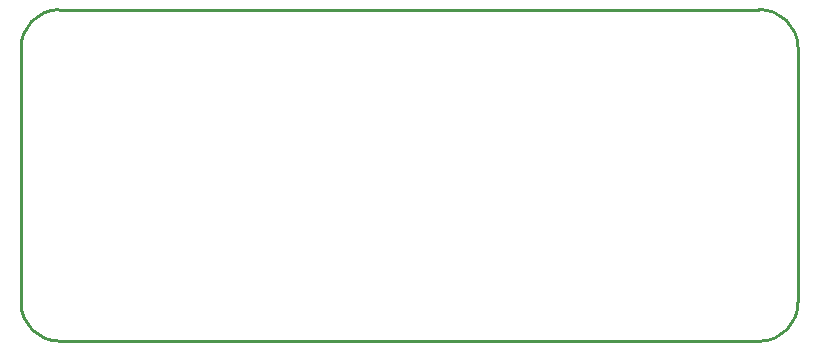
<source format=gko>
G04*
G04 #@! TF.GenerationSoftware,Altium Limited,Altium Designer,22.1.2 (22)*
G04*
G04 Layer_Color=16711935*
%FSLAX25Y25*%
%MOIN*%
G70*
G04*
G04 #@! TF.SameCoordinates,95D767EF-CC4A-4202-867B-88222CEBD608*
G04*
G04*
G04 #@! TF.FilePolarity,Positive*
G04*
G01*
G75*
%ADD10C,0.01000*%
D10*
X13000Y111000D02*
G03*
X500Y98000I250J-12750D01*
G01*
Y13000D02*
G03*
X13500Y500I12750J250D01*
G01*
X247000D02*
G03*
X259500Y13500I-250J12750D01*
G01*
Y98500D02*
G03*
X246500Y111000I-12750J-250D01*
G01*
X259500Y13500D02*
Y98500D01*
X13000Y111000D02*
X246500Y111000D01*
X13500Y500D02*
X247000Y500D01*
X500Y12000D02*
Y98000D01*
M02*

</source>
